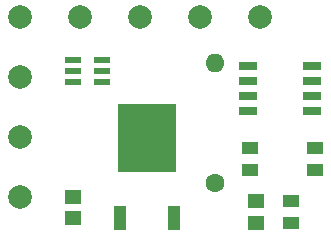
<source format=gbr>
%TF.GenerationSoftware,KiCad,Pcbnew,8.0.1*%
%TF.CreationDate,2024-04-29T14:13:33-04:00*%
%TF.ProjectId,kicad_pcb,6b696361-645f-4706-9362-2e6b69636164,rev?*%
%TF.SameCoordinates,Original*%
%TF.FileFunction,Soldermask,Top*%
%TF.FilePolarity,Negative*%
%FSLAX46Y46*%
G04 Gerber Fmt 4.6, Leading zero omitted, Abs format (unit mm)*
G04 Created by KiCad (PCBNEW 8.0.1) date 2024-04-29 14:13:33*
%MOMM*%
%LPD*%
G01*
G04 APERTURE LIST*
%ADD10C,2.000000*%
%ADD11R,1.525000X0.700000*%
%ADD12R,1.400000X0.600000*%
%ADD13R,1.450000X1.000000*%
%ADD14C,1.600000*%
%ADD15O,1.600000X1.600000*%
%ADD16R,1.000000X2.100000*%
%ADD17R,4.900000X5.850000*%
%ADD18R,1.450000X1.150000*%
G04 APERTURE END LIST*
D10*
%TO.C,TP8*%
X127160000Y-73000000D03*
%TD*%
%TO.C,TP7*%
X137320000Y-73000000D03*
%TD*%
%TO.C,TP6*%
X132240000Y-73000000D03*
%TD*%
%TO.C,TP5*%
X117000000Y-83160000D03*
%TD*%
%TO.C,TP4*%
X117000000Y-73000000D03*
%TD*%
%TO.C,TP3*%
X117000000Y-78080000D03*
%TD*%
%TO.C,TP2*%
X122080000Y-73000000D03*
%TD*%
%TO.C,TP1*%
X117000000Y-88240000D03*
%TD*%
D11*
%TO.C,IC1*%
X136288000Y-77095000D03*
X136288000Y-78365000D03*
X136288000Y-79635000D03*
X136288000Y-80905000D03*
X141712000Y-80905000D03*
X141712000Y-79635000D03*
X141712000Y-78365000D03*
X141712000Y-77095000D03*
%TD*%
D12*
%TO.C,IC2*%
X124000000Y-78500000D03*
X124000000Y-77550000D03*
X124000000Y-76600000D03*
X121500000Y-76600000D03*
X121500000Y-77550000D03*
X121500000Y-78500000D03*
%TD*%
D13*
%TO.C,R4*%
X142000000Y-84050000D03*
X142000000Y-85950000D03*
%TD*%
%TO.C,R3*%
X140000000Y-88550000D03*
X140000000Y-90450000D03*
%TD*%
D14*
%TO.C,R2*%
X133500000Y-87080000D03*
D15*
X133500000Y-76920000D03*
%TD*%
D13*
%TO.C,R1*%
X136500000Y-85950000D03*
X136500000Y-84050000D03*
%TD*%
D16*
%TO.C,IC3*%
X125500000Y-90000000D03*
X130060000Y-90000000D03*
D17*
X127780000Y-83200000D03*
%TD*%
D18*
%TO.C,C2*%
X137000000Y-90400000D03*
X137000000Y-88600000D03*
%TD*%
%TO.C,C1*%
X121500000Y-90000000D03*
X121500000Y-88200000D03*
%TD*%
M02*

</source>
